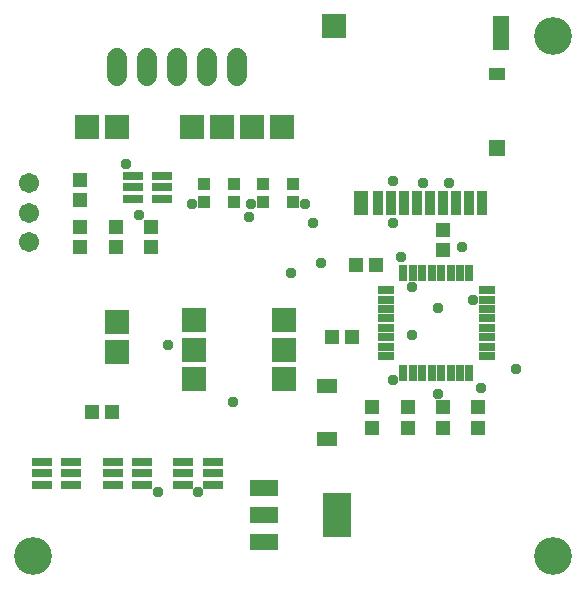
<source format=gbr>
G04 EAGLE Gerber RS-274X export*
G75*
%MOMM*%
%FSLAX34Y34*%
%LPD*%
%INSoldermask Top*%
%IPPOS*%
%AMOC8*
5,1,8,0,0,1.08239X$1,22.5*%
G01*
%ADD10C,3.203200*%
%ADD11R,0.703200X1.403200*%
%ADD12R,1.403200X0.703200*%
%ADD13R,2.403200X3.703200*%
%ADD14R,2.403200X1.403200*%
%ADD15R,1.703200X0.803200*%
%ADD16C,1.711200*%
%ADD17R,1.303200X1.203200*%
%ADD18R,1.003200X1.003200*%
%ADD19R,1.203200X1.303200*%
%ADD20R,1.803200X1.253200*%
%ADD21R,2.003200X2.003200*%
%ADD22C,1.727200*%
%ADD23R,0.903200X2.103200*%
%ADD24R,1.203200X2.103200*%
%ADD25R,1.403200X1.403200*%
%ADD26R,1.403200X1.003200*%
%ADD27R,1.403200X3.003200*%
%ADD28R,2.103200X2.103200*%
%ADD29C,0.959600*%


D10*
X470000Y420000D03*
X30000Y-20000D03*
X470000Y-20000D03*
D11*
X399670Y219710D03*
X391670Y219710D03*
X383670Y219710D03*
X375670Y219710D03*
X367670Y219710D03*
X359670Y219710D03*
X351670Y219710D03*
X343670Y219710D03*
D12*
X414170Y205210D03*
X414170Y197210D03*
X414170Y189210D03*
X414170Y181210D03*
X414170Y173210D03*
X414170Y165210D03*
X414170Y157210D03*
X414170Y149210D03*
X329170Y205210D03*
X329170Y197210D03*
X329170Y189210D03*
X329170Y181210D03*
X329170Y173210D03*
X329170Y165210D03*
X329170Y157210D03*
X329170Y149210D03*
D11*
X399670Y134710D03*
X391670Y134710D03*
X383670Y134710D03*
X375670Y134710D03*
X367670Y134710D03*
X359670Y134710D03*
X351670Y134710D03*
X343670Y134710D03*
D13*
X287340Y14600D03*
D14*
X225340Y14600D03*
X225340Y37600D03*
X225340Y-8400D03*
D15*
X62500Y50000D03*
X62500Y40500D03*
X62500Y59500D03*
X37500Y50000D03*
X37500Y40500D03*
X37500Y59500D03*
X122500Y50000D03*
X122500Y40500D03*
X122500Y59500D03*
X97500Y50000D03*
X97500Y40500D03*
X97500Y59500D03*
X182500Y50000D03*
X182500Y40500D03*
X182500Y59500D03*
X157500Y50000D03*
X157500Y40500D03*
X157500Y59500D03*
D16*
X26670Y270510D03*
X26670Y295510D03*
X26670Y245510D03*
D17*
X100000Y241500D03*
X100000Y258500D03*
D18*
X225000Y279800D03*
X225000Y294800D03*
D17*
X347300Y88800D03*
X347300Y105800D03*
D19*
X317300Y88800D03*
X317300Y105800D03*
D20*
X279400Y123850D03*
X279400Y79350D03*
D18*
X250000Y279800D03*
X250000Y294800D03*
X200000Y279800D03*
X200000Y294800D03*
D17*
X407300Y105800D03*
X407300Y88800D03*
X300600Y165100D03*
X283600Y165100D03*
X320920Y226060D03*
X303920Y226060D03*
D19*
X377300Y105800D03*
X377300Y88800D03*
D18*
X175000Y279800D03*
X175000Y294800D03*
D21*
X166840Y180190D03*
X166840Y154790D03*
X166840Y129490D03*
X243040Y180190D03*
X243040Y154790D03*
X243040Y129490D03*
D22*
X203200Y386080D02*
X203200Y401320D01*
X177800Y401320D02*
X177800Y386080D01*
X152400Y386080D02*
X152400Y401320D01*
X127000Y401320D02*
X127000Y386080D01*
X101600Y386080D02*
X101600Y401320D01*
D15*
X139500Y292100D03*
X139500Y282600D03*
X139500Y301600D03*
X114500Y292100D03*
X114500Y282600D03*
X114500Y301600D03*
D19*
X130000Y258500D03*
X130000Y241500D03*
D17*
X70000Y281500D03*
X70000Y298500D03*
X70000Y258500D03*
X70000Y241500D03*
X377190Y239150D03*
X377190Y256150D03*
D23*
X355600Y278900D03*
X344600Y278900D03*
X333600Y278900D03*
X322600Y278900D03*
X366600Y278900D03*
X377600Y278900D03*
X388600Y278900D03*
X399600Y278900D03*
D24*
X307600Y279090D03*
D23*
X410600Y278900D03*
D25*
X422600Y325900D03*
D26*
X422600Y387900D03*
D27*
X426410Y422630D03*
D28*
X285060Y428520D03*
D21*
X241300Y342900D03*
X215900Y342900D03*
X165100Y342900D03*
X190500Y342900D03*
X101600Y177800D03*
X101600Y152400D03*
D19*
X80400Y101600D03*
X97400Y101600D03*
D21*
X101600Y342900D03*
X76200Y342900D03*
D29*
X373230Y117624D03*
X199056Y110838D03*
X334776Y128934D03*
X393588Y242034D03*
X334776Y262392D03*
X382270Y295910D03*
X335280Y297180D03*
X266916Y262392D03*
X341562Y232986D03*
X409422Y122148D03*
X248820Y219414D03*
X438828Y137982D03*
X350610Y167388D03*
X373230Y190008D03*
X402636Y196794D03*
X273702Y228462D03*
X350610Y208104D03*
X144768Y158340D03*
X214890Y278226D03*
X260130Y278226D03*
X212628Y266916D03*
X165126Y278226D03*
X169650Y33930D03*
X135720Y33930D03*
X108576Y312156D03*
X119886Y269178D03*
X360680Y295910D03*
M02*

</source>
